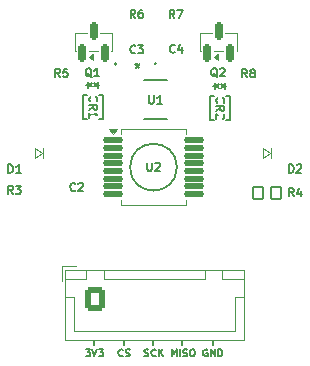
<source format=gbr>
%TF.GenerationSoftware,KiCad,Pcbnew,9.0.6*%
%TF.CreationDate,2026-02-10T13:55:09-08:00*%
%TF.ProjectId,ArmEncoderBoard,41726d45-6e63-46f6-9465-72426f617264,rev?*%
%TF.SameCoordinates,Original*%
%TF.FileFunction,Legend,Top*%
%TF.FilePolarity,Positive*%
%FSLAX46Y46*%
G04 Gerber Fmt 4.6, Leading zero omitted, Abs format (unit mm)*
G04 Created by KiCad (PCBNEW 9.0.6) date 2026-02-10 13:55:09*
%MOMM*%
%LPD*%
G01*
G04 APERTURE LIST*
G04 Aperture macros list*
%AMRoundRect*
0 Rectangle with rounded corners*
0 $1 Rounding radius*
0 $2 $3 $4 $5 $6 $7 $8 $9 X,Y pos of 4 corners*
0 Add a 4 corners polygon primitive as box body*
4,1,4,$2,$3,$4,$5,$6,$7,$8,$9,$2,$3,0*
0 Add four circle primitives for the rounded corners*
1,1,$1+$1,$2,$3*
1,1,$1+$1,$4,$5*
1,1,$1+$1,$6,$7*
1,1,$1+$1,$8,$9*
0 Add four rect primitives between the rounded corners*
20,1,$1+$1,$2,$3,$4,$5,0*
20,1,$1+$1,$4,$5,$6,$7,0*
20,1,$1+$1,$6,$7,$8,$9,0*
20,1,$1+$1,$8,$9,$2,$3,0*%
G04 Aperture macros list end*
%ADD10C,0.150000*%
%ADD11C,0.100000*%
%ADD12C,0.120000*%
%ADD13C,0.152400*%
%ADD14R,0.762000X0.863600*%
%ADD15R,0.558800X0.762000*%
%ADD16R,0.711200X0.889000*%
%ADD17C,7.000000*%
%ADD18RoundRect,0.150000X0.150000X-0.587500X0.150000X0.587500X-0.150000X0.587500X-0.150000X-0.587500X0*%
%ADD19R,0.774700X0.508000*%
%ADD20RoundRect,0.125000X-0.762500X-0.125000X0.762500X-0.125000X0.762500X0.125000X-0.762500X0.125000X0*%
%ADD21RoundRect,0.250000X-0.600000X-0.725000X0.600000X-0.725000X0.600000X0.725000X-0.600000X0.725000X0*%
%ADD22O,1.700000X1.950000*%
%ADD23RoundRect,0.102000X-0.430000X-0.490000X0.430000X-0.490000X0.430000X0.490000X-0.430000X0.490000X0*%
%ADD24R,0.711200X0.838200*%
%ADD25R,0.350000X0.806400*%
G04 APERTURE END LIST*
D10*
X140706161Y-82050000D02*
G75*
G02*
X136743839Y-82050000I-1981161J0D01*
G01*
X136743839Y-82050000D02*
G75*
G02*
X140706161Y-82050000I1981161J0D01*
G01*
X141125000Y-97100000D02*
X141125000Y-96750000D01*
X136225000Y-97100000D02*
X136225000Y-96750000D01*
X138675000Y-97100000D02*
X138675000Y-96750000D01*
X133725000Y-97100000D02*
X133725000Y-96750000D01*
X143725000Y-97100000D02*
X143725000Y-96750000D01*
X136133684Y-98011628D02*
X136105112Y-98040200D01*
X136105112Y-98040200D02*
X136019398Y-98068771D01*
X136019398Y-98068771D02*
X135962255Y-98068771D01*
X135962255Y-98068771D02*
X135876541Y-98040200D01*
X135876541Y-98040200D02*
X135819398Y-97983057D01*
X135819398Y-97983057D02*
X135790827Y-97925914D01*
X135790827Y-97925914D02*
X135762255Y-97811628D01*
X135762255Y-97811628D02*
X135762255Y-97725914D01*
X135762255Y-97725914D02*
X135790827Y-97611628D01*
X135790827Y-97611628D02*
X135819398Y-97554485D01*
X135819398Y-97554485D02*
X135876541Y-97497342D01*
X135876541Y-97497342D02*
X135962255Y-97468771D01*
X135962255Y-97468771D02*
X136019398Y-97468771D01*
X136019398Y-97468771D02*
X136105112Y-97497342D01*
X136105112Y-97497342D02*
X136133684Y-97525914D01*
X136362255Y-98040200D02*
X136447970Y-98068771D01*
X136447970Y-98068771D02*
X136590827Y-98068771D01*
X136590827Y-98068771D02*
X136647970Y-98040200D01*
X136647970Y-98040200D02*
X136676541Y-98011628D01*
X136676541Y-98011628D02*
X136705112Y-97954485D01*
X136705112Y-97954485D02*
X136705112Y-97897342D01*
X136705112Y-97897342D02*
X136676541Y-97840200D01*
X136676541Y-97840200D02*
X136647970Y-97811628D01*
X136647970Y-97811628D02*
X136590827Y-97783057D01*
X136590827Y-97783057D02*
X136476541Y-97754485D01*
X136476541Y-97754485D02*
X136419398Y-97725914D01*
X136419398Y-97725914D02*
X136390827Y-97697342D01*
X136390827Y-97697342D02*
X136362255Y-97640200D01*
X136362255Y-97640200D02*
X136362255Y-97583057D01*
X136362255Y-97583057D02*
X136390827Y-97525914D01*
X136390827Y-97525914D02*
X136419398Y-97497342D01*
X136419398Y-97497342D02*
X136476541Y-97468771D01*
X136476541Y-97468771D02*
X136619398Y-97468771D01*
X136619398Y-97468771D02*
X136705112Y-97497342D01*
X137962255Y-98040200D02*
X138047970Y-98068771D01*
X138047970Y-98068771D02*
X138190827Y-98068771D01*
X138190827Y-98068771D02*
X138247970Y-98040200D01*
X138247970Y-98040200D02*
X138276541Y-98011628D01*
X138276541Y-98011628D02*
X138305112Y-97954485D01*
X138305112Y-97954485D02*
X138305112Y-97897342D01*
X138305112Y-97897342D02*
X138276541Y-97840200D01*
X138276541Y-97840200D02*
X138247970Y-97811628D01*
X138247970Y-97811628D02*
X138190827Y-97783057D01*
X138190827Y-97783057D02*
X138076541Y-97754485D01*
X138076541Y-97754485D02*
X138019398Y-97725914D01*
X138019398Y-97725914D02*
X137990827Y-97697342D01*
X137990827Y-97697342D02*
X137962255Y-97640200D01*
X137962255Y-97640200D02*
X137962255Y-97583057D01*
X137962255Y-97583057D02*
X137990827Y-97525914D01*
X137990827Y-97525914D02*
X138019398Y-97497342D01*
X138019398Y-97497342D02*
X138076541Y-97468771D01*
X138076541Y-97468771D02*
X138219398Y-97468771D01*
X138219398Y-97468771D02*
X138305112Y-97497342D01*
X138905113Y-98011628D02*
X138876541Y-98040200D01*
X138876541Y-98040200D02*
X138790827Y-98068771D01*
X138790827Y-98068771D02*
X138733684Y-98068771D01*
X138733684Y-98068771D02*
X138647970Y-98040200D01*
X138647970Y-98040200D02*
X138590827Y-97983057D01*
X138590827Y-97983057D02*
X138562256Y-97925914D01*
X138562256Y-97925914D02*
X138533684Y-97811628D01*
X138533684Y-97811628D02*
X138533684Y-97725914D01*
X138533684Y-97725914D02*
X138562256Y-97611628D01*
X138562256Y-97611628D02*
X138590827Y-97554485D01*
X138590827Y-97554485D02*
X138647970Y-97497342D01*
X138647970Y-97497342D02*
X138733684Y-97468771D01*
X138733684Y-97468771D02*
X138790827Y-97468771D01*
X138790827Y-97468771D02*
X138876541Y-97497342D01*
X138876541Y-97497342D02*
X138905113Y-97525914D01*
X139162256Y-98068771D02*
X139162256Y-97468771D01*
X139505113Y-98068771D02*
X139247970Y-97725914D01*
X139505113Y-97468771D02*
X139162256Y-97811628D01*
X132990826Y-97468771D02*
X133362254Y-97468771D01*
X133362254Y-97468771D02*
X133162254Y-97697342D01*
X133162254Y-97697342D02*
X133247969Y-97697342D01*
X133247969Y-97697342D02*
X133305112Y-97725914D01*
X133305112Y-97725914D02*
X133333683Y-97754485D01*
X133333683Y-97754485D02*
X133362254Y-97811628D01*
X133362254Y-97811628D02*
X133362254Y-97954485D01*
X133362254Y-97954485D02*
X133333683Y-98011628D01*
X133333683Y-98011628D02*
X133305112Y-98040200D01*
X133305112Y-98040200D02*
X133247969Y-98068771D01*
X133247969Y-98068771D02*
X133076540Y-98068771D01*
X133076540Y-98068771D02*
X133019397Y-98040200D01*
X133019397Y-98040200D02*
X132990826Y-98011628D01*
X133533683Y-97468771D02*
X133733683Y-98068771D01*
X133733683Y-98068771D02*
X133933683Y-97468771D01*
X134076541Y-97468771D02*
X134447969Y-97468771D01*
X134447969Y-97468771D02*
X134247969Y-97697342D01*
X134247969Y-97697342D02*
X134333684Y-97697342D01*
X134333684Y-97697342D02*
X134390827Y-97725914D01*
X134390827Y-97725914D02*
X134419398Y-97754485D01*
X134419398Y-97754485D02*
X134447969Y-97811628D01*
X134447969Y-97811628D02*
X134447969Y-97954485D01*
X134447969Y-97954485D02*
X134419398Y-98011628D01*
X134419398Y-98011628D02*
X134390827Y-98040200D01*
X134390827Y-98040200D02*
X134333684Y-98068771D01*
X134333684Y-98068771D02*
X134162255Y-98068771D01*
X134162255Y-98068771D02*
X134105112Y-98040200D01*
X134105112Y-98040200D02*
X134076541Y-98011628D01*
X140290827Y-98068771D02*
X140290827Y-97468771D01*
X140290827Y-97468771D02*
X140490827Y-97897342D01*
X140490827Y-97897342D02*
X140690827Y-97468771D01*
X140690827Y-97468771D02*
X140690827Y-98068771D01*
X140976541Y-98068771D02*
X140976541Y-97468771D01*
X141233683Y-98040200D02*
X141319398Y-98068771D01*
X141319398Y-98068771D02*
X141462255Y-98068771D01*
X141462255Y-98068771D02*
X141519398Y-98040200D01*
X141519398Y-98040200D02*
X141547969Y-98011628D01*
X141547969Y-98011628D02*
X141576540Y-97954485D01*
X141576540Y-97954485D02*
X141576540Y-97897342D01*
X141576540Y-97897342D02*
X141547969Y-97840200D01*
X141547969Y-97840200D02*
X141519398Y-97811628D01*
X141519398Y-97811628D02*
X141462255Y-97783057D01*
X141462255Y-97783057D02*
X141347969Y-97754485D01*
X141347969Y-97754485D02*
X141290826Y-97725914D01*
X141290826Y-97725914D02*
X141262255Y-97697342D01*
X141262255Y-97697342D02*
X141233683Y-97640200D01*
X141233683Y-97640200D02*
X141233683Y-97583057D01*
X141233683Y-97583057D02*
X141262255Y-97525914D01*
X141262255Y-97525914D02*
X141290826Y-97497342D01*
X141290826Y-97497342D02*
X141347969Y-97468771D01*
X141347969Y-97468771D02*
X141490826Y-97468771D01*
X141490826Y-97468771D02*
X141576540Y-97497342D01*
X141947969Y-97468771D02*
X142062255Y-97468771D01*
X142062255Y-97468771D02*
X142119398Y-97497342D01*
X142119398Y-97497342D02*
X142176541Y-97554485D01*
X142176541Y-97554485D02*
X142205112Y-97668771D01*
X142205112Y-97668771D02*
X142205112Y-97868771D01*
X142205112Y-97868771D02*
X142176541Y-97983057D01*
X142176541Y-97983057D02*
X142119398Y-98040200D01*
X142119398Y-98040200D02*
X142062255Y-98068771D01*
X142062255Y-98068771D02*
X141947969Y-98068771D01*
X141947969Y-98068771D02*
X141890827Y-98040200D01*
X141890827Y-98040200D02*
X141833684Y-97983057D01*
X141833684Y-97983057D02*
X141805112Y-97868771D01*
X141805112Y-97868771D02*
X141805112Y-97668771D01*
X141805112Y-97668771D02*
X141833684Y-97554485D01*
X141833684Y-97554485D02*
X141890827Y-97497342D01*
X141890827Y-97497342D02*
X141947969Y-97468771D01*
X143276541Y-97497342D02*
X143219399Y-97468771D01*
X143219399Y-97468771D02*
X143133684Y-97468771D01*
X143133684Y-97468771D02*
X143047970Y-97497342D01*
X143047970Y-97497342D02*
X142990827Y-97554485D01*
X142990827Y-97554485D02*
X142962256Y-97611628D01*
X142962256Y-97611628D02*
X142933684Y-97725914D01*
X142933684Y-97725914D02*
X142933684Y-97811628D01*
X142933684Y-97811628D02*
X142962256Y-97925914D01*
X142962256Y-97925914D02*
X142990827Y-97983057D01*
X142990827Y-97983057D02*
X143047970Y-98040200D01*
X143047970Y-98040200D02*
X143133684Y-98068771D01*
X143133684Y-98068771D02*
X143190827Y-98068771D01*
X143190827Y-98068771D02*
X143276541Y-98040200D01*
X143276541Y-98040200D02*
X143305113Y-98011628D01*
X143305113Y-98011628D02*
X143305113Y-97811628D01*
X143305113Y-97811628D02*
X143190827Y-97811628D01*
X143562256Y-98068771D02*
X143562256Y-97468771D01*
X143562256Y-97468771D02*
X143905113Y-98068771D01*
X143905113Y-98068771D02*
X143905113Y-97468771D01*
X144190827Y-98068771D02*
X144190827Y-97468771D01*
X144190827Y-97468771D02*
X144333684Y-97468771D01*
X144333684Y-97468771D02*
X144419398Y-97497342D01*
X144419398Y-97497342D02*
X144476541Y-97554485D01*
X144476541Y-97554485D02*
X144505112Y-97611628D01*
X144505112Y-97611628D02*
X144533684Y-97725914D01*
X144533684Y-97725914D02*
X144533684Y-97811628D01*
X144533684Y-97811628D02*
X144505112Y-97925914D01*
X144505112Y-97925914D02*
X144476541Y-97983057D01*
X144476541Y-97983057D02*
X144419398Y-98040200D01*
X144419398Y-98040200D02*
X144333684Y-98068771D01*
X144333684Y-98068771D02*
X144190827Y-98068771D01*
X140489333Y-69441733D02*
X140256000Y-69108400D01*
X140089333Y-69441733D02*
X140089333Y-68741733D01*
X140089333Y-68741733D02*
X140356000Y-68741733D01*
X140356000Y-68741733D02*
X140422667Y-68775066D01*
X140422667Y-68775066D02*
X140456000Y-68808400D01*
X140456000Y-68808400D02*
X140489333Y-68875066D01*
X140489333Y-68875066D02*
X140489333Y-68975066D01*
X140489333Y-68975066D02*
X140456000Y-69041733D01*
X140456000Y-69041733D02*
X140422667Y-69075066D01*
X140422667Y-69075066D02*
X140356000Y-69108400D01*
X140356000Y-69108400D02*
X140089333Y-69108400D01*
X140722667Y-68741733D02*
X141189333Y-68741733D01*
X141189333Y-68741733D02*
X140889333Y-69441733D01*
X137183333Y-69416033D02*
X136950000Y-69082700D01*
X136783333Y-69416033D02*
X136783333Y-68716033D01*
X136783333Y-68716033D02*
X137050000Y-68716033D01*
X137050000Y-68716033D02*
X137116667Y-68749366D01*
X137116667Y-68749366D02*
X137150000Y-68782700D01*
X137150000Y-68782700D02*
X137183333Y-68849366D01*
X137183333Y-68849366D02*
X137183333Y-68949366D01*
X137183333Y-68949366D02*
X137150000Y-69016033D01*
X137150000Y-69016033D02*
X137116667Y-69049366D01*
X137116667Y-69049366D02*
X137050000Y-69082700D01*
X137050000Y-69082700D02*
X136783333Y-69082700D01*
X137783333Y-68716033D02*
X137650000Y-68716033D01*
X137650000Y-68716033D02*
X137583333Y-68749366D01*
X137583333Y-68749366D02*
X137550000Y-68782700D01*
X137550000Y-68782700D02*
X137483333Y-68882700D01*
X137483333Y-68882700D02*
X137450000Y-69016033D01*
X137450000Y-69016033D02*
X137450000Y-69282700D01*
X137450000Y-69282700D02*
X137483333Y-69349366D01*
X137483333Y-69349366D02*
X137516667Y-69382700D01*
X137516667Y-69382700D02*
X137583333Y-69416033D01*
X137583333Y-69416033D02*
X137716667Y-69416033D01*
X137716667Y-69416033D02*
X137783333Y-69382700D01*
X137783333Y-69382700D02*
X137816667Y-69349366D01*
X137816667Y-69349366D02*
X137850000Y-69282700D01*
X137850000Y-69282700D02*
X137850000Y-69116033D01*
X137850000Y-69116033D02*
X137816667Y-69049366D01*
X137816667Y-69049366D02*
X137783333Y-69016033D01*
X137783333Y-69016033D02*
X137716667Y-68982700D01*
X137716667Y-68982700D02*
X137583333Y-68982700D01*
X137583333Y-68982700D02*
X137516667Y-69016033D01*
X137516667Y-69016033D02*
X137483333Y-69049366D01*
X137483333Y-69049366D02*
X137450000Y-69116033D01*
X130810233Y-74416033D02*
X130576900Y-74082700D01*
X130410233Y-74416033D02*
X130410233Y-73716033D01*
X130410233Y-73716033D02*
X130676900Y-73716033D01*
X130676900Y-73716033D02*
X130743567Y-73749366D01*
X130743567Y-73749366D02*
X130776900Y-73782700D01*
X130776900Y-73782700D02*
X130810233Y-73849366D01*
X130810233Y-73849366D02*
X130810233Y-73949366D01*
X130810233Y-73949366D02*
X130776900Y-74016033D01*
X130776900Y-74016033D02*
X130743567Y-74049366D01*
X130743567Y-74049366D02*
X130676900Y-74082700D01*
X130676900Y-74082700D02*
X130410233Y-74082700D01*
X131443567Y-73716033D02*
X131110233Y-73716033D01*
X131110233Y-73716033D02*
X131076900Y-74049366D01*
X131076900Y-74049366D02*
X131110233Y-74016033D01*
X131110233Y-74016033D02*
X131176900Y-73982700D01*
X131176900Y-73982700D02*
X131343567Y-73982700D01*
X131343567Y-73982700D02*
X131410233Y-74016033D01*
X131410233Y-74016033D02*
X131443567Y-74049366D01*
X131443567Y-74049366D02*
X131476900Y-74116033D01*
X131476900Y-74116033D02*
X131476900Y-74282700D01*
X131476900Y-74282700D02*
X131443567Y-74349366D01*
X131443567Y-74349366D02*
X131410233Y-74382700D01*
X131410233Y-74382700D02*
X131343567Y-74416033D01*
X131343567Y-74416033D02*
X131176900Y-74416033D01*
X131176900Y-74416033D02*
X131110233Y-74382700D01*
X131110233Y-74382700D02*
X131076900Y-74349366D01*
X126433333Y-82516033D02*
X126433333Y-81816033D01*
X126433333Y-81816033D02*
X126600000Y-81816033D01*
X126600000Y-81816033D02*
X126700000Y-81849366D01*
X126700000Y-81849366D02*
X126766667Y-81916033D01*
X126766667Y-81916033D02*
X126800000Y-81982700D01*
X126800000Y-81982700D02*
X126833333Y-82116033D01*
X126833333Y-82116033D02*
X126833333Y-82216033D01*
X126833333Y-82216033D02*
X126800000Y-82349366D01*
X126800000Y-82349366D02*
X126766667Y-82416033D01*
X126766667Y-82416033D02*
X126700000Y-82482700D01*
X126700000Y-82482700D02*
X126600000Y-82516033D01*
X126600000Y-82516033D02*
X126433333Y-82516033D01*
X127500000Y-82516033D02*
X127100000Y-82516033D01*
X127300000Y-82516033D02*
X127300000Y-81816033D01*
X127300000Y-81816033D02*
X127233333Y-81916033D01*
X127233333Y-81916033D02*
X127166667Y-81982700D01*
X127166667Y-81982700D02*
X127100000Y-82016033D01*
X133483333Y-74432700D02*
X133416666Y-74399366D01*
X133416666Y-74399366D02*
X133350000Y-74332700D01*
X133350000Y-74332700D02*
X133250000Y-74232700D01*
X133250000Y-74232700D02*
X133183333Y-74199366D01*
X133183333Y-74199366D02*
X133116666Y-74199366D01*
X133150000Y-74366033D02*
X133083333Y-74332700D01*
X133083333Y-74332700D02*
X133016666Y-74266033D01*
X133016666Y-74266033D02*
X132983333Y-74132700D01*
X132983333Y-74132700D02*
X132983333Y-73899366D01*
X132983333Y-73899366D02*
X133016666Y-73766033D01*
X133016666Y-73766033D02*
X133083333Y-73699366D01*
X133083333Y-73699366D02*
X133150000Y-73666033D01*
X133150000Y-73666033D02*
X133283333Y-73666033D01*
X133283333Y-73666033D02*
X133350000Y-73699366D01*
X133350000Y-73699366D02*
X133416666Y-73766033D01*
X133416666Y-73766033D02*
X133450000Y-73899366D01*
X133450000Y-73899366D02*
X133450000Y-74132700D01*
X133450000Y-74132700D02*
X133416666Y-74266033D01*
X133416666Y-74266033D02*
X133350000Y-74332700D01*
X133350000Y-74332700D02*
X133283333Y-74366033D01*
X133283333Y-74366033D02*
X133150000Y-74366033D01*
X134116666Y-74366033D02*
X133716666Y-74366033D01*
X133916666Y-74366033D02*
X133916666Y-73666033D01*
X133916666Y-73666033D02*
X133849999Y-73766033D01*
X133849999Y-73766033D02*
X133783333Y-73832700D01*
X133783333Y-73832700D02*
X133716666Y-73866033D01*
X138353066Y-75966033D02*
X138353066Y-76532700D01*
X138353066Y-76532700D02*
X138386400Y-76599366D01*
X138386400Y-76599366D02*
X138419733Y-76632700D01*
X138419733Y-76632700D02*
X138486400Y-76666033D01*
X138486400Y-76666033D02*
X138619733Y-76666033D01*
X138619733Y-76666033D02*
X138686400Y-76632700D01*
X138686400Y-76632700D02*
X138719733Y-76599366D01*
X138719733Y-76599366D02*
X138753066Y-76532700D01*
X138753066Y-76532700D02*
X138753066Y-75966033D01*
X139453066Y-76666033D02*
X139053066Y-76666033D01*
X139253066Y-76666033D02*
X139253066Y-75966033D01*
X139253066Y-75966033D02*
X139186399Y-76066033D01*
X139186399Y-76066033D02*
X139119733Y-76132700D01*
X139119733Y-76132700D02*
X139053066Y-76166033D01*
X137368750Y-73203819D02*
X137368750Y-73441914D01*
X137130655Y-73346676D02*
X137368750Y-73441914D01*
X137368750Y-73441914D02*
X137606845Y-73346676D01*
X137225893Y-73632390D02*
X137368750Y-73441914D01*
X137368750Y-73441914D02*
X137511607Y-73632390D01*
X137368750Y-73203819D02*
X137368750Y-73441914D01*
X137130655Y-73346676D02*
X137368750Y-73441914D01*
X137368750Y-73441914D02*
X137606845Y-73346676D01*
X137225893Y-73632390D02*
X137368750Y-73441914D01*
X137368750Y-73441914D02*
X137511607Y-73632390D01*
X138191666Y-81666033D02*
X138191666Y-82232700D01*
X138191666Y-82232700D02*
X138225000Y-82299366D01*
X138225000Y-82299366D02*
X138258333Y-82332700D01*
X138258333Y-82332700D02*
X138325000Y-82366033D01*
X138325000Y-82366033D02*
X138458333Y-82366033D01*
X138458333Y-82366033D02*
X138525000Y-82332700D01*
X138525000Y-82332700D02*
X138558333Y-82299366D01*
X138558333Y-82299366D02*
X138591666Y-82232700D01*
X138591666Y-82232700D02*
X138591666Y-81666033D01*
X138891666Y-81732700D02*
X138924999Y-81699366D01*
X138924999Y-81699366D02*
X138991666Y-81666033D01*
X138991666Y-81666033D02*
X139158333Y-81666033D01*
X139158333Y-81666033D02*
X139224999Y-81699366D01*
X139224999Y-81699366D02*
X139258333Y-81732700D01*
X139258333Y-81732700D02*
X139291666Y-81799366D01*
X139291666Y-81799366D02*
X139291666Y-81866033D01*
X139291666Y-81866033D02*
X139258333Y-81966033D01*
X139258333Y-81966033D02*
X138858333Y-82366033D01*
X138858333Y-82366033D02*
X139291666Y-82366033D01*
X150183333Y-82516033D02*
X150183333Y-81816033D01*
X150183333Y-81816033D02*
X150350000Y-81816033D01*
X150350000Y-81816033D02*
X150450000Y-81849366D01*
X150450000Y-81849366D02*
X150516667Y-81916033D01*
X150516667Y-81916033D02*
X150550000Y-81982700D01*
X150550000Y-81982700D02*
X150583333Y-82116033D01*
X150583333Y-82116033D02*
X150583333Y-82216033D01*
X150583333Y-82216033D02*
X150550000Y-82349366D01*
X150550000Y-82349366D02*
X150516667Y-82416033D01*
X150516667Y-82416033D02*
X150450000Y-82482700D01*
X150450000Y-82482700D02*
X150350000Y-82516033D01*
X150350000Y-82516033D02*
X150183333Y-82516033D01*
X150850000Y-81882700D02*
X150883333Y-81849366D01*
X150883333Y-81849366D02*
X150950000Y-81816033D01*
X150950000Y-81816033D02*
X151116667Y-81816033D01*
X151116667Y-81816033D02*
X151183333Y-81849366D01*
X151183333Y-81849366D02*
X151216667Y-81882700D01*
X151216667Y-81882700D02*
X151250000Y-81949366D01*
X151250000Y-81949366D02*
X151250000Y-82016033D01*
X151250000Y-82016033D02*
X151216667Y-82116033D01*
X151216667Y-82116033D02*
X150816667Y-82516033D01*
X150816667Y-82516033D02*
X151250000Y-82516033D01*
X132105633Y-83999366D02*
X132072300Y-84032700D01*
X132072300Y-84032700D02*
X131972300Y-84066033D01*
X131972300Y-84066033D02*
X131905633Y-84066033D01*
X131905633Y-84066033D02*
X131805633Y-84032700D01*
X131805633Y-84032700D02*
X131738967Y-83966033D01*
X131738967Y-83966033D02*
X131705633Y-83899366D01*
X131705633Y-83899366D02*
X131672300Y-83766033D01*
X131672300Y-83766033D02*
X131672300Y-83666033D01*
X131672300Y-83666033D02*
X131705633Y-83532700D01*
X131705633Y-83532700D02*
X131738967Y-83466033D01*
X131738967Y-83466033D02*
X131805633Y-83399366D01*
X131805633Y-83399366D02*
X131905633Y-83366033D01*
X131905633Y-83366033D02*
X131972300Y-83366033D01*
X131972300Y-83366033D02*
X132072300Y-83399366D01*
X132072300Y-83399366D02*
X132105633Y-83432700D01*
X132372300Y-83432700D02*
X132405633Y-83399366D01*
X132405633Y-83399366D02*
X132472300Y-83366033D01*
X132472300Y-83366033D02*
X132638967Y-83366033D01*
X132638967Y-83366033D02*
X132705633Y-83399366D01*
X132705633Y-83399366D02*
X132738967Y-83432700D01*
X132738967Y-83432700D02*
X132772300Y-83499366D01*
X132772300Y-83499366D02*
X132772300Y-83566033D01*
X132772300Y-83566033D02*
X132738967Y-83666033D01*
X132738967Y-83666033D02*
X132338967Y-84066033D01*
X132338967Y-84066033D02*
X132772300Y-84066033D01*
X126833333Y-84316033D02*
X126600000Y-83982700D01*
X126433333Y-84316033D02*
X126433333Y-83616033D01*
X126433333Y-83616033D02*
X126700000Y-83616033D01*
X126700000Y-83616033D02*
X126766667Y-83649366D01*
X126766667Y-83649366D02*
X126800000Y-83682700D01*
X126800000Y-83682700D02*
X126833333Y-83749366D01*
X126833333Y-83749366D02*
X126833333Y-83849366D01*
X126833333Y-83849366D02*
X126800000Y-83916033D01*
X126800000Y-83916033D02*
X126766667Y-83949366D01*
X126766667Y-83949366D02*
X126700000Y-83982700D01*
X126700000Y-83982700D02*
X126433333Y-83982700D01*
X127066667Y-83616033D02*
X127500000Y-83616033D01*
X127500000Y-83616033D02*
X127266667Y-83882700D01*
X127266667Y-83882700D02*
X127366667Y-83882700D01*
X127366667Y-83882700D02*
X127433333Y-83916033D01*
X127433333Y-83916033D02*
X127466667Y-83949366D01*
X127466667Y-83949366D02*
X127500000Y-84016033D01*
X127500000Y-84016033D02*
X127500000Y-84182700D01*
X127500000Y-84182700D02*
X127466667Y-84249366D01*
X127466667Y-84249366D02*
X127433333Y-84282700D01*
X127433333Y-84282700D02*
X127366667Y-84316033D01*
X127366667Y-84316033D02*
X127166667Y-84316033D01*
X127166667Y-84316033D02*
X127100000Y-84282700D01*
X127100000Y-84282700D02*
X127066667Y-84249366D01*
X150583333Y-84516033D02*
X150350000Y-84182700D01*
X150183333Y-84516033D02*
X150183333Y-83816033D01*
X150183333Y-83816033D02*
X150450000Y-83816033D01*
X150450000Y-83816033D02*
X150516667Y-83849366D01*
X150516667Y-83849366D02*
X150550000Y-83882700D01*
X150550000Y-83882700D02*
X150583333Y-83949366D01*
X150583333Y-83949366D02*
X150583333Y-84049366D01*
X150583333Y-84049366D02*
X150550000Y-84116033D01*
X150550000Y-84116033D02*
X150516667Y-84149366D01*
X150516667Y-84149366D02*
X150450000Y-84182700D01*
X150450000Y-84182700D02*
X150183333Y-84182700D01*
X151183333Y-84049366D02*
X151183333Y-84516033D01*
X151016667Y-83782700D02*
X150850000Y-84282700D01*
X150850000Y-84282700D02*
X151283333Y-84282700D01*
X137183333Y-72349366D02*
X137150000Y-72382700D01*
X137150000Y-72382700D02*
X137050000Y-72416033D01*
X137050000Y-72416033D02*
X136983333Y-72416033D01*
X136983333Y-72416033D02*
X136883333Y-72382700D01*
X136883333Y-72382700D02*
X136816667Y-72316033D01*
X136816667Y-72316033D02*
X136783333Y-72249366D01*
X136783333Y-72249366D02*
X136750000Y-72116033D01*
X136750000Y-72116033D02*
X136750000Y-72016033D01*
X136750000Y-72016033D02*
X136783333Y-71882700D01*
X136783333Y-71882700D02*
X136816667Y-71816033D01*
X136816667Y-71816033D02*
X136883333Y-71749366D01*
X136883333Y-71749366D02*
X136983333Y-71716033D01*
X136983333Y-71716033D02*
X137050000Y-71716033D01*
X137050000Y-71716033D02*
X137150000Y-71749366D01*
X137150000Y-71749366D02*
X137183333Y-71782700D01*
X137416667Y-71716033D02*
X137850000Y-71716033D01*
X137850000Y-71716033D02*
X137616667Y-71982700D01*
X137616667Y-71982700D02*
X137716667Y-71982700D01*
X137716667Y-71982700D02*
X137783333Y-72016033D01*
X137783333Y-72016033D02*
X137816667Y-72049366D01*
X137816667Y-72049366D02*
X137850000Y-72116033D01*
X137850000Y-72116033D02*
X137850000Y-72282700D01*
X137850000Y-72282700D02*
X137816667Y-72349366D01*
X137816667Y-72349366D02*
X137783333Y-72382700D01*
X137783333Y-72382700D02*
X137716667Y-72416033D01*
X137716667Y-72416033D02*
X137516667Y-72416033D01*
X137516667Y-72416033D02*
X137450000Y-72382700D01*
X137450000Y-72382700D02*
X137416667Y-72349366D01*
X144133333Y-74432700D02*
X144066666Y-74399366D01*
X144066666Y-74399366D02*
X144000000Y-74332700D01*
X144000000Y-74332700D02*
X143900000Y-74232700D01*
X143900000Y-74232700D02*
X143833333Y-74199366D01*
X143833333Y-74199366D02*
X143766666Y-74199366D01*
X143800000Y-74366033D02*
X143733333Y-74332700D01*
X143733333Y-74332700D02*
X143666666Y-74266033D01*
X143666666Y-74266033D02*
X143633333Y-74132700D01*
X143633333Y-74132700D02*
X143633333Y-73899366D01*
X143633333Y-73899366D02*
X143666666Y-73766033D01*
X143666666Y-73766033D02*
X143733333Y-73699366D01*
X143733333Y-73699366D02*
X143800000Y-73666033D01*
X143800000Y-73666033D02*
X143933333Y-73666033D01*
X143933333Y-73666033D02*
X144000000Y-73699366D01*
X144000000Y-73699366D02*
X144066666Y-73766033D01*
X144066666Y-73766033D02*
X144100000Y-73899366D01*
X144100000Y-73899366D02*
X144100000Y-74132700D01*
X144100000Y-74132700D02*
X144066666Y-74266033D01*
X144066666Y-74266033D02*
X144000000Y-74332700D01*
X144000000Y-74332700D02*
X143933333Y-74366033D01*
X143933333Y-74366033D02*
X143800000Y-74366033D01*
X144366666Y-73732700D02*
X144399999Y-73699366D01*
X144399999Y-73699366D02*
X144466666Y-73666033D01*
X144466666Y-73666033D02*
X144633333Y-73666033D01*
X144633333Y-73666033D02*
X144699999Y-73699366D01*
X144699999Y-73699366D02*
X144733333Y-73732700D01*
X144733333Y-73732700D02*
X144766666Y-73799366D01*
X144766666Y-73799366D02*
X144766666Y-73866033D01*
X144766666Y-73866033D02*
X144733333Y-73966033D01*
X144733333Y-73966033D02*
X144333333Y-74366033D01*
X144333333Y-74366033D02*
X144766666Y-74366033D01*
X146660233Y-74448433D02*
X146426900Y-74115100D01*
X146260233Y-74448433D02*
X146260233Y-73748433D01*
X146260233Y-73748433D02*
X146526900Y-73748433D01*
X146526900Y-73748433D02*
X146593567Y-73781766D01*
X146593567Y-73781766D02*
X146626900Y-73815100D01*
X146626900Y-73815100D02*
X146660233Y-73881766D01*
X146660233Y-73881766D02*
X146660233Y-73981766D01*
X146660233Y-73981766D02*
X146626900Y-74048433D01*
X146626900Y-74048433D02*
X146593567Y-74081766D01*
X146593567Y-74081766D02*
X146526900Y-74115100D01*
X146526900Y-74115100D02*
X146260233Y-74115100D01*
X147060233Y-74048433D02*
X146993567Y-74015100D01*
X146993567Y-74015100D02*
X146960233Y-73981766D01*
X146960233Y-73981766D02*
X146926900Y-73915100D01*
X146926900Y-73915100D02*
X146926900Y-73881766D01*
X146926900Y-73881766D02*
X146960233Y-73815100D01*
X146960233Y-73815100D02*
X146993567Y-73781766D01*
X146993567Y-73781766D02*
X147060233Y-73748433D01*
X147060233Y-73748433D02*
X147193567Y-73748433D01*
X147193567Y-73748433D02*
X147260233Y-73781766D01*
X147260233Y-73781766D02*
X147293567Y-73815100D01*
X147293567Y-73815100D02*
X147326900Y-73881766D01*
X147326900Y-73881766D02*
X147326900Y-73915100D01*
X147326900Y-73915100D02*
X147293567Y-73981766D01*
X147293567Y-73981766D02*
X147260233Y-74015100D01*
X147260233Y-74015100D02*
X147193567Y-74048433D01*
X147193567Y-74048433D02*
X147060233Y-74048433D01*
X147060233Y-74048433D02*
X146993567Y-74081766D01*
X146993567Y-74081766D02*
X146960233Y-74115100D01*
X146960233Y-74115100D02*
X146926900Y-74181766D01*
X146926900Y-74181766D02*
X146926900Y-74315100D01*
X146926900Y-74315100D02*
X146960233Y-74381766D01*
X146960233Y-74381766D02*
X146993567Y-74415100D01*
X146993567Y-74415100D02*
X147060233Y-74448433D01*
X147060233Y-74448433D02*
X147193567Y-74448433D01*
X147193567Y-74448433D02*
X147260233Y-74415100D01*
X147260233Y-74415100D02*
X147293567Y-74381766D01*
X147293567Y-74381766D02*
X147326900Y-74315100D01*
X147326900Y-74315100D02*
X147326900Y-74181766D01*
X147326900Y-74181766D02*
X147293567Y-74115100D01*
X147293567Y-74115100D02*
X147260233Y-74081766D01*
X147260233Y-74081766D02*
X147193567Y-74048433D01*
X133350633Y-76483333D02*
X133317300Y-76450000D01*
X133317300Y-76450000D02*
X133283966Y-76350000D01*
X133283966Y-76350000D02*
X133283966Y-76283333D01*
X133283966Y-76283333D02*
X133317300Y-76183333D01*
X133317300Y-76183333D02*
X133383966Y-76116667D01*
X133383966Y-76116667D02*
X133450633Y-76083333D01*
X133450633Y-76083333D02*
X133583966Y-76050000D01*
X133583966Y-76050000D02*
X133683966Y-76050000D01*
X133683966Y-76050000D02*
X133817300Y-76083333D01*
X133817300Y-76083333D02*
X133883966Y-76116667D01*
X133883966Y-76116667D02*
X133950633Y-76183333D01*
X133950633Y-76183333D02*
X133983966Y-76283333D01*
X133983966Y-76283333D02*
X133983966Y-76350000D01*
X133983966Y-76350000D02*
X133950633Y-76450000D01*
X133950633Y-76450000D02*
X133917300Y-76483333D01*
X133283966Y-77183333D02*
X133617300Y-76950000D01*
X133283966Y-76783333D02*
X133983966Y-76783333D01*
X133983966Y-76783333D02*
X133983966Y-77050000D01*
X133983966Y-77050000D02*
X133950633Y-77116667D01*
X133950633Y-77116667D02*
X133917300Y-77150000D01*
X133917300Y-77150000D02*
X133850633Y-77183333D01*
X133850633Y-77183333D02*
X133750633Y-77183333D01*
X133750633Y-77183333D02*
X133683966Y-77150000D01*
X133683966Y-77150000D02*
X133650633Y-77116667D01*
X133650633Y-77116667D02*
X133617300Y-77050000D01*
X133617300Y-77050000D02*
X133617300Y-76783333D01*
X133283966Y-77850000D02*
X133283966Y-77450000D01*
X133283966Y-77650000D02*
X133983966Y-77650000D01*
X133983966Y-77650000D02*
X133883966Y-77583333D01*
X133883966Y-77583333D02*
X133817300Y-77516667D01*
X133817300Y-77516667D02*
X133783966Y-77450000D01*
X133054819Y-75066599D02*
X133292914Y-75066599D01*
X133197676Y-75304694D02*
X133292914Y-75066599D01*
X133292914Y-75066599D02*
X133197676Y-74828504D01*
X133483390Y-75209456D02*
X133292914Y-75066599D01*
X133292914Y-75066599D02*
X133483390Y-74923742D01*
X134145180Y-75066600D02*
X133907085Y-75066600D01*
X134002323Y-74828505D02*
X133907085Y-75066600D01*
X133907085Y-75066600D02*
X134002323Y-75304695D01*
X133716609Y-74923743D02*
X133907085Y-75066600D01*
X133907085Y-75066600D02*
X133716609Y-75209457D01*
X140539733Y-72299366D02*
X140506400Y-72332700D01*
X140506400Y-72332700D02*
X140406400Y-72366033D01*
X140406400Y-72366033D02*
X140339733Y-72366033D01*
X140339733Y-72366033D02*
X140239733Y-72332700D01*
X140239733Y-72332700D02*
X140173067Y-72266033D01*
X140173067Y-72266033D02*
X140139733Y-72199366D01*
X140139733Y-72199366D02*
X140106400Y-72066033D01*
X140106400Y-72066033D02*
X140106400Y-71966033D01*
X140106400Y-71966033D02*
X140139733Y-71832700D01*
X140139733Y-71832700D02*
X140173067Y-71766033D01*
X140173067Y-71766033D02*
X140239733Y-71699366D01*
X140239733Y-71699366D02*
X140339733Y-71666033D01*
X140339733Y-71666033D02*
X140406400Y-71666033D01*
X140406400Y-71666033D02*
X140506400Y-71699366D01*
X140506400Y-71699366D02*
X140539733Y-71732700D01*
X141139733Y-71899366D02*
X141139733Y-72366033D01*
X140973067Y-71632700D02*
X140806400Y-72132700D01*
X140806400Y-72132700D02*
X141239733Y-72132700D01*
X144100633Y-76582533D02*
X144067300Y-76549200D01*
X144067300Y-76549200D02*
X144033966Y-76449200D01*
X144033966Y-76449200D02*
X144033966Y-76382533D01*
X144033966Y-76382533D02*
X144067300Y-76282533D01*
X144067300Y-76282533D02*
X144133966Y-76215867D01*
X144133966Y-76215867D02*
X144200633Y-76182533D01*
X144200633Y-76182533D02*
X144333966Y-76149200D01*
X144333966Y-76149200D02*
X144433966Y-76149200D01*
X144433966Y-76149200D02*
X144567300Y-76182533D01*
X144567300Y-76182533D02*
X144633966Y-76215867D01*
X144633966Y-76215867D02*
X144700633Y-76282533D01*
X144700633Y-76282533D02*
X144733966Y-76382533D01*
X144733966Y-76382533D02*
X144733966Y-76449200D01*
X144733966Y-76449200D02*
X144700633Y-76549200D01*
X144700633Y-76549200D02*
X144667300Y-76582533D01*
X144033966Y-77282533D02*
X144367300Y-77049200D01*
X144033966Y-76882533D02*
X144733966Y-76882533D01*
X144733966Y-76882533D02*
X144733966Y-77149200D01*
X144733966Y-77149200D02*
X144700633Y-77215867D01*
X144700633Y-77215867D02*
X144667300Y-77249200D01*
X144667300Y-77249200D02*
X144600633Y-77282533D01*
X144600633Y-77282533D02*
X144500633Y-77282533D01*
X144500633Y-77282533D02*
X144433966Y-77249200D01*
X144433966Y-77249200D02*
X144400633Y-77215867D01*
X144400633Y-77215867D02*
X144367300Y-77149200D01*
X144367300Y-77149200D02*
X144367300Y-76882533D01*
X144667300Y-77549200D02*
X144700633Y-77582533D01*
X144700633Y-77582533D02*
X144733966Y-77649200D01*
X144733966Y-77649200D02*
X144733966Y-77815867D01*
X144733966Y-77815867D02*
X144700633Y-77882533D01*
X144700633Y-77882533D02*
X144667300Y-77915867D01*
X144667300Y-77915867D02*
X144600633Y-77949200D01*
X144600633Y-77949200D02*
X144533966Y-77949200D01*
X144533966Y-77949200D02*
X144433966Y-77915867D01*
X144433966Y-77915867D02*
X144033966Y-77515867D01*
X144033966Y-77515867D02*
X144033966Y-77949200D01*
X144895180Y-75165800D02*
X144657085Y-75165800D01*
X144752323Y-74927705D02*
X144657085Y-75165800D01*
X144657085Y-75165800D02*
X144752323Y-75403895D01*
X144466609Y-75022943D02*
X144657085Y-75165800D01*
X144657085Y-75165800D02*
X144466609Y-75308657D01*
X143804819Y-75165799D02*
X144042914Y-75165799D01*
X143947676Y-75403894D02*
X144042914Y-75165799D01*
X144042914Y-75165799D02*
X143947676Y-74927704D01*
X144233390Y-75308656D02*
X144042914Y-75165799D01*
X144042914Y-75165799D02*
X144233390Y-75022942D01*
D11*
%TO.C,D1*%
X128700000Y-80460200D02*
X129290000Y-80860200D01*
X128700000Y-81260200D02*
X128700000Y-80460200D01*
X129290000Y-80860200D02*
X128700000Y-81260200D01*
X129400000Y-80460200D02*
X129400000Y-81260200D01*
D12*
%TO.C,Q1*%
X132090000Y-70677500D02*
X133090000Y-70677500D01*
X132090000Y-72197500D02*
X132090000Y-70677500D01*
X132140000Y-72197500D02*
X132090000Y-72197500D01*
X134040000Y-72197500D02*
X133260000Y-72197500D01*
X134210000Y-70677500D02*
X135210000Y-70677500D01*
X135210000Y-70677500D02*
X135210000Y-72197500D01*
X135210000Y-72197500D02*
X135160000Y-72197500D01*
X133600000Y-72977500D02*
X133270000Y-72737500D01*
X133600000Y-72497500D01*
X133600000Y-72977500D01*
G36*
X133600000Y-72977500D02*
G01*
X133270000Y-72737500D01*
X133600000Y-72497500D01*
X133600000Y-72977500D01*
G37*
D13*
%TO.C,U1*%
X137883100Y-78001000D02*
X139889700Y-78001000D01*
X139889700Y-74699000D02*
X137883100Y-74699000D01*
D12*
%TO.C,U2*%
X135965000Y-78840000D02*
X141485000Y-78840000D01*
X135965000Y-79265000D02*
X135965000Y-78840000D01*
X135965000Y-85260000D02*
X135965000Y-84835000D01*
X141485000Y-78840000D02*
X141485000Y-79265000D01*
X141485000Y-84835000D02*
X141485000Y-85260000D01*
X141485000Y-85260000D02*
X135965000Y-85260000D01*
X135305000Y-79260000D02*
X134965000Y-78790000D01*
X135645000Y-78790000D01*
X135305000Y-79260000D01*
G36*
X135305000Y-79260000D02*
G01*
X134965000Y-78790000D01*
X135645000Y-78790000D01*
X135305000Y-79260000D01*
G37*
D11*
%TO.C,D2*%
X148000000Y-80460200D02*
X148590000Y-80860200D01*
X148000000Y-81260200D02*
X148000000Y-80460200D01*
X148590000Y-80860200D02*
X148000000Y-81260200D01*
X148700000Y-80460200D02*
X148700000Y-81260200D01*
D12*
%TO.C,J1*%
X130950000Y-90450000D02*
X130950000Y-91700000D01*
X131240000Y-90740000D02*
X131240000Y-96710000D01*
X131240000Y-96710000D02*
X146360000Y-96710000D01*
X131250000Y-90750000D02*
X131250000Y-91500000D01*
X131250000Y-91500000D02*
X133050000Y-91500000D01*
X131250000Y-93000000D02*
X132000000Y-93000000D01*
X132000000Y-93000000D02*
X132000000Y-95950000D01*
X132000000Y-95950000D02*
X138800000Y-95950000D01*
X132200000Y-90450000D02*
X130950000Y-90450000D01*
X133050000Y-90750000D02*
X131250000Y-90750000D01*
X133050000Y-91500000D02*
X133050000Y-90750000D01*
X134550000Y-90750000D02*
X134550000Y-91500000D01*
X134550000Y-91500000D02*
X143050000Y-91500000D01*
X143050000Y-90750000D02*
X134550000Y-90750000D01*
X143050000Y-91500000D02*
X143050000Y-90750000D01*
X144550000Y-90750000D02*
X144550000Y-91500000D01*
X144550000Y-91500000D02*
X146350000Y-91500000D01*
X145600000Y-93000000D02*
X145600000Y-95950000D01*
X145600000Y-95950000D02*
X138800000Y-95950000D01*
X146350000Y-90750000D02*
X144550000Y-90750000D01*
X146350000Y-91500000D02*
X146350000Y-90750000D01*
X146350000Y-93000000D02*
X145600000Y-93000000D01*
X146360000Y-90740000D02*
X131240000Y-90740000D01*
X146360000Y-96710000D02*
X146360000Y-90740000D01*
D13*
%TO.C,C3*%
X135588600Y-73300000D02*
G75*
G02*
X135436200Y-73300000I-76200J0D01*
G01*
X135436200Y-73300000D02*
G75*
G02*
X135588600Y-73300000I76200J0D01*
G01*
D12*
%TO.C,Q2*%
X142690000Y-70677500D02*
X143690000Y-70677500D01*
X142690000Y-72197500D02*
X142690000Y-70677500D01*
X142740000Y-72197500D02*
X142690000Y-72197500D01*
X144640000Y-72197500D02*
X143860000Y-72197500D01*
X144810000Y-70677500D02*
X145810000Y-70677500D01*
X145810000Y-70677500D02*
X145810000Y-72197500D01*
X145810000Y-72197500D02*
X145760000Y-72197500D01*
X144200000Y-72977500D02*
X143870000Y-72737500D01*
X144200000Y-72497500D01*
X144200000Y-72977500D01*
G36*
X144200000Y-72977500D02*
G01*
X143870000Y-72737500D01*
X144200000Y-72497500D01*
X144200000Y-72977500D01*
G37*
D13*
%TO.C,CR1*%
X132773000Y-75923000D02*
X132773000Y-77977000D01*
X132773000Y-77977000D02*
X133092260Y-77977000D01*
X133092260Y-75923000D02*
X132773000Y-75923000D01*
X134107740Y-77977000D02*
X134427000Y-77977000D01*
X134427000Y-75923000D02*
X134107740Y-75923000D01*
X134427000Y-77977000D02*
X134427000Y-75923000D01*
%TO.C,C4*%
X138941900Y-73300000D02*
G75*
G02*
X138789500Y-73300000I-76200J0D01*
G01*
X138789500Y-73300000D02*
G75*
G02*
X138941900Y-73300000I76200J0D01*
G01*
%TO.C,CR2*%
X143523000Y-76022200D02*
X143523000Y-78076200D01*
X143523000Y-78076200D02*
X143842260Y-78076200D01*
X143842260Y-76022200D02*
X143523000Y-76022200D01*
X144857740Y-78076200D02*
X145177000Y-78076200D01*
X145177000Y-76022200D02*
X144857740Y-76022200D01*
X145177000Y-78076200D02*
X145177000Y-76022200D01*
%TD*%
%LPC*%
D14*
%TO.C,C1*%
X145372300Y-80450000D03*
X144127700Y-80450000D03*
%TD*%
D15*
%TO.C,R7*%
X139911900Y-70500000D03*
X141258100Y-70500000D03*
%TD*%
D16*
%TO.C,R1*%
X144101500Y-84200000D03*
X145498500Y-84200000D03*
%TD*%
D15*
%TO.C,R6*%
X136611900Y-70500000D03*
X137958100Y-70500000D03*
%TD*%
%TO.C,R5*%
X130253800Y-75250000D03*
X131600000Y-75250000D03*
%TD*%
D14*
%TO.C,D1*%
X129672300Y-82180200D03*
X128427700Y-82180200D03*
%TD*%
D17*
%TO.C,H1*%
X126350500Y-69675500D03*
%TD*%
D18*
%TO.C,Q1*%
X132700000Y-72375000D03*
X134600000Y-72375000D03*
X133650000Y-70500000D03*
%TD*%
D19*
%TO.C,U1*%
X137622750Y-75399999D03*
X137622750Y-76350000D03*
X137622750Y-77300001D03*
X140150050Y-77300001D03*
X140150050Y-76350000D03*
X140150050Y-75399999D03*
%TD*%
D17*
%TO.C,H3*%
X126350500Y-94424500D03*
%TD*%
D20*
%TO.C,U2*%
X135312500Y-79775000D03*
X135312500Y-80425000D03*
X135312500Y-81075000D03*
X135312500Y-81725000D03*
X135312500Y-82375000D03*
X135312500Y-83025000D03*
X135312500Y-83675000D03*
X135312500Y-84325000D03*
X142137500Y-84325000D03*
X142137500Y-83675000D03*
X142137500Y-83025000D03*
X142137500Y-82375000D03*
X142137500Y-81725000D03*
X142137500Y-81075000D03*
X142137500Y-80425000D03*
X142137500Y-79775000D03*
%TD*%
D17*
%TO.C,H4*%
X151099500Y-94424500D03*
%TD*%
D14*
%TO.C,D2*%
X148972300Y-82180200D03*
X147727700Y-82180200D03*
%TD*%
D21*
%TO.C,J1*%
X133800000Y-93200000D03*
D22*
X136300000Y-93200000D03*
X138800000Y-93200000D03*
X141300000Y-93200000D03*
X143800000Y-93200000D03*
%TD*%
D14*
%TO.C,C2*%
X131577700Y-82150000D03*
X132822300Y-82150000D03*
%TD*%
D15*
%TO.C,R3*%
X128376900Y-83993800D03*
X129723100Y-83993800D03*
%TD*%
D23*
%TO.C,R4*%
X147585000Y-84200000D03*
X149115000Y-84200000D03*
%TD*%
D24*
%TO.C,C3*%
X136706200Y-73300000D03*
X137900000Y-73300000D03*
%TD*%
D18*
%TO.C,Q2*%
X143300000Y-72375000D03*
X145200000Y-72375000D03*
X144250000Y-70500000D03*
%TD*%
D15*
%TO.C,R8*%
X146103800Y-75250000D03*
X147450000Y-75250000D03*
%TD*%
D17*
%TO.C,H2*%
X151099500Y-69675500D03*
%TD*%
D16*
%TO.C,R2*%
X145498500Y-82200000D03*
X144101500Y-82200000D03*
%TD*%
D25*
%TO.C,CR1*%
X133600000Y-75850800D03*
X133600000Y-78049200D03*
%TD*%
D24*
%TO.C,C4*%
X140059500Y-73300000D03*
X141253300Y-73300000D03*
%TD*%
D25*
%TO.C,CR2*%
X144350000Y-75950000D03*
X144350000Y-78148400D03*
%TD*%
%LPD*%
M02*

</source>
